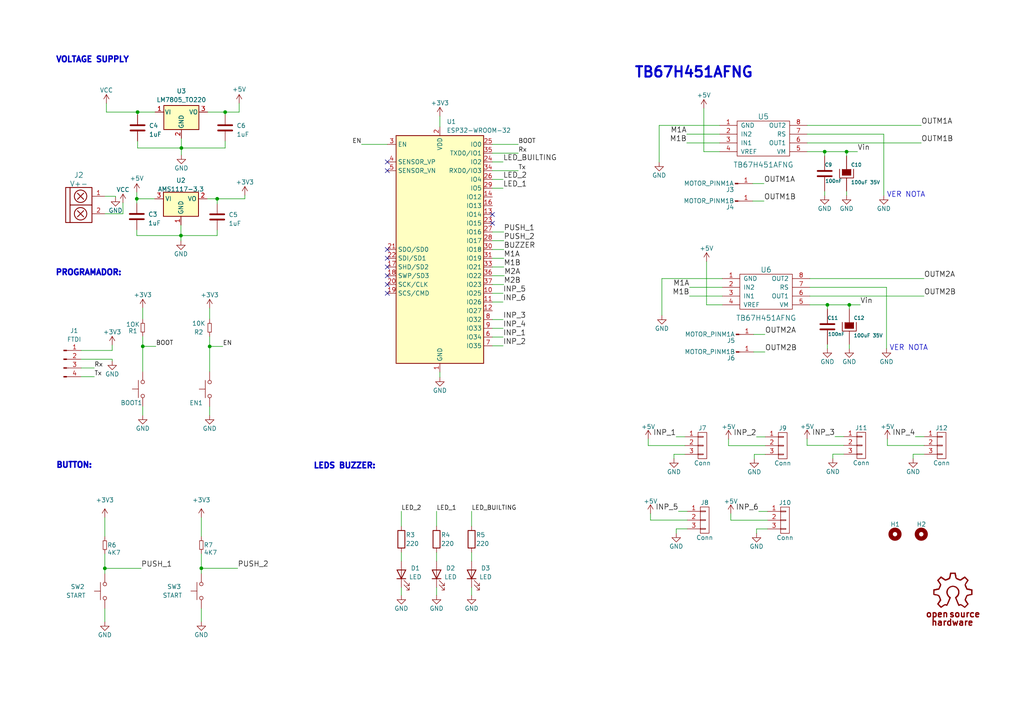
<source format=kicad_sch>
(kicad_sch (version 20230121) (generator eeschema)
  (paper "A4")
  (title_block (title "Main Board - ONAGA- V1") (date "2023-10-03") (rev "1.0") (company "DERTECH - Corporation") (comment 1 "Autor: Mauricio Falcon"))
  (lib_symbols
    (symbol "2018---MiniSumo---NANO---DRV8872-rescue:C-EESTN51" (pin_numbers hide) (pin_names (offset 0.254))
      (property "Reference" "C" (at 0 2.54 0))
      (property "Value" "2018---MiniSumo---NANO---DRV8872-rescue_C-EESTN51" (at 0.1524 -2.159 0))
      (symbol "C-EESTN51_1_1"
        (pin passive line (at 0 5.08 270) (length 4.318) (name "~") (number "1"))
        (pin passive line (at 0 -5.08 90) (length 4.318) (name "~") (number "2"))
      )
    )
    (symbol "2018---MiniSumo---NANO---DRV8872-rescue:CAPAPOL-EESTN51" (pin_numbers hide) (pin_names (offset 0.254) hide)
      (property "Reference" "C" (at 1.27 2.54 0))
      (property "Value" "2018---MiniSumo---NANO---DRV8872-rescue_CAPAPOL-EESTN51" (at 1.27 -2.54 0))
      (symbol "CAPAPOL-EESTN51_1_1"
        (pin passive line (at 0 5.08 270) (length 3.81) (name "~") (number "1"))
        (pin passive line (at 0 -5.08 90) (length 3.81) (name "~") (number "2"))
      )
    )
    (symbol "2019---Sumo---NANO---BTS7960-rescue:OSHWA-EESTN5" (pin_names (offset 1.016))
      (symbol "OSHWA-EESTN5_0_0"
        (text "hardware" (at -0.0254 -6.858 0) (effects (font (size 1.778 1.778) bold)))
        (text "open" (at -4.445 -4.445 0) (effects (font (size 1.778 1.778) bold)))
        (text "source" (at 3.556 -4.445 0) (effects (font (size 1.778 1.778) bold)))
      )
    )
    (symbol "2019---Sumo---NANO---BTS7960-rescue:R-EESTN5" (pin_numbers hide) (pin_names (offset 0))
      (property "Reference" "R" (at -1.27 0 90))
      (property "Value" "R-EESTN5" (at 1.27 0 90))
      (symbol "R-EESTN5_1_1"
        (pin passive line (at 0 2.54 270) (length 1.27) (name "~") (number "1"))
        (pin passive line (at 0 -2.54 90) (length 1.27) (name "~") (number "2"))
      )
    )
    (symbol "2019---Sumo---NANO---BTS7960-rescue:SW_Push-EESTN5" (pin_numbers hide) (pin_names (offset 1.016) hide)
      (property "Reference" "SW" (at 1.27 2.54 0))
      (symbol "SW_Push-EESTN5_0_1"
        (pin passive line (at -5.08 0 0) (length 2.54) (name "1") (number "1"))
        (pin passive line (at 5.08 0 180) (length 2.54) (name "2") (number "2"))
      )
    )
    (symbol "Connector:Conn_01x01_Pin" (pin_names (offset 1.016) hide)
      (property "Reference" "J" (at 0 2.54 0))
      (property "Value" "Conn_01x01_Pin" (at 0 -2.54 0))
      (symbol "Conn_01x01_Pin_1_1"
        (pin passive line (at 5.08 0 180) (length 3.81) (name "Pin_1") (number "1"))
      )
    )
    (symbol "Connector:Conn_01x04_Pin" (pin_names (offset 1.016) hide)
      (property "Reference" "J" (at 0 5.08 0))
      (property "Value" "Conn_01x04_Pin" (at 0 -7.62 0))
      (symbol "Conn_01x04_Pin_1_1"
        (pin passive line (at 5.08 2.54 180) (length 3.81) (name "Pin_1") (number "1"))
        (pin passive line (at 5.08 0 180) (length 3.81) (name "Pin_2") (number "2"))
        (pin passive line (at 5.08 -2.54 180) (length 3.81) (name "Pin_3") (number "3"))
        (pin passive line (at 5.08 -5.08 180) (length 3.81) (name "Pin_4") (number "4"))
      )
    )
    (symbol "DRV8872-EESTN51_1" (pin_names (offset 1.016))
      (property "Reference" "U2" (at 0 6.35 0))
      (property "Value" "TB67H451AFNG" (at 0 -7.62 0))
      (symbol "DRV8872-EESTN51_1_1_1"
        (pin passive line (at -12.7 3.81 0) (length 5.08) (name "GND") (number "1"))
        (pin passive line (at -12.7 1.27 0) (length 5.08) (name "IN2") (number "2"))
        (pin passive line (at -12.7 -1.27 0) (length 5.08) (name "IN1") (number "3"))
        (pin passive line (at -12.7 -3.81 0) (length 5.08) (name "VREF") (number "4"))
        (pin passive line (at 12.7 -3.81 180) (length 5.08) (name "VM") (number "5"))
        (pin passive line (at 12.7 -1.27 180) (length 5.08) (name "OUT1") (number "6"))
        (pin passive line (at 12.7 1.27 180) (length 5.08) (name "RS") (number "7"))
        (pin passive line (at 12.7 3.81 180) (length 5.08) (name "OUT2") (number "8"))
      )
    )
    (symbol "Device:C" (pin_numbers hide) (pin_names (offset 0.254))
      (property "Reference" "C" (at 0.635 2.54 0))
      (property "Value" "C" (at 0.635 -2.54 0))
      (symbol "C_1_1"
        (pin passive line (at 0 3.81 270) (length 2.794) (name "~") (number "1"))
        (pin passive line (at 0 -3.81 90) (length 2.794) (name "~") (number "2"))
      )
    )
    (symbol "Device:LED" (pin_numbers hide) (pin_names (offset 1.016) hide)
      (property "Reference" "D" (at 0 2.54 0))
      (property "Value" "LED" (at 0 -2.54 0))
      (symbol "LED_1_1"
        (pin passive line (at -3.81 0 0) (length 2.54) (name "K") (number "1"))
        (pin passive line (at 3.81 0 180) (length 2.54) (name "A") (number "2"))
      )
    )
    (symbol "Device:R" (pin_numbers hide) (pin_names (offset 0))
      (property "Reference" "R" (at 2.032 0 90))
      (property "Value" "R" (at 0 0 90))
      (symbol "R_1_1"
        (pin passive line (at 0 3.81 270) (length 1.27) (name "~") (number "1"))
        (pin passive line (at 0 -3.81 90) (length 1.27) (name "~") (number "2"))
      )
    )
    (symbol "EESTN5-v2:Mounting_Hole" (pin_names (offset 1.016))
      (property "Reference" "H" (at 0 5.08 0))
    )
    (symbol "EESTN5-v2:TB_1X2" (pin_names (offset 1.016))
      (property "Reference" "J" (at 0 7.62 0))
      (property "Value" "TB_1X2" (at 1.27 -7.62 0))
      (symbol "TB_1X2_1_1"
        (pin input line (at 8.89 2.54 180) (length 3.81) (name "~") (number "1"))
        (pin input line (at 8.89 -2.54 180) (length 3.81) (name "~") (number "2"))
      )
    )
    (symbol "EESTN5:R" (pin_numbers hide) (pin_names (offset 0))
      (property "Reference" "R" (at -1.27 0 90))
      (property "Value" "R" (at 1.27 0 90))
      (symbol "R_1_1"
        (pin passive line (at 0 2.54 270) (length 1.27) (name "~") (number "1"))
        (pin passive line (at 0 -2.54 90) (length 1.27) (name "~") (number "2"))
      )
    )
    (symbol "EESTN5:SW_Push" (pin_numbers hide) (pin_names (offset 1.016) hide)
      (property "Reference" "SW" (at 1.27 2.54 0))
      (symbol "SW_Push_0_1"
        (pin passive line (at -5.08 0 0) (length 2.54) (name "1") (number "1"))
        (pin passive line (at 5.08 0 180) (length 2.54) (name "2") (number "2"))
      )
    )
    (symbol "RF_Module:ESP32-WROOM-32"
      (property "Reference" "U" (at -12.7 34.29 0))
      (property "Value" "ESP32-WROOM-32" (at 1.27 34.29 0))
      (symbol "ESP32-WROOM-32_1_1"
        (pin power_in line (at 0 -35.56 90) (length 2.54) (name "GND") (number "1"))
        (pin bidirectional line (at 15.24 -12.7 180) (length 2.54) (name "IO25") (number "10"))
        (pin bidirectional line (at 15.24 -15.24 180) (length 2.54) (name "IO26") (number "11"))
        (pin bidirectional line (at 15.24 -17.78 180) (length 2.54) (name "IO27") (number "12"))
        (pin bidirectional line (at 15.24 10.16 180) (length 2.54) (name "IO14") (number "13"))
        (pin bidirectional line (at 15.24 15.24 180) (length 2.54) (name "IO12") (number "14"))
        (pin passive line (at 0 -35.56 90) (length 2.54) hide (name "GND") (number "15"))
        (pin bidirectional line (at 15.24 12.7 180) (length 2.54) (name "IO13") (number "16"))
        (pin bidirectional line (at -15.24 -5.08 0) (length 2.54) (name "SHD/SD2") (number "17"))
        (pin bidirectional line (at -15.24 -7.62 0) (length 2.54) (name "SWP/SD3") (number "18"))
        (pin bidirectional line (at -15.24 -12.7 0) (length 2.54) (name "SCS/CMD") (number "19"))
        (pin power_in line (at 0 35.56 270) (length 2.54) (name "VDD") (number "2"))
        (pin bidirectional line (at -15.24 -10.16 0) (length 2.54) (name "SCK/CLK") (number "20"))
        (pin bidirectional line (at -15.24 0 0) (length 2.54) (name "SDO/SD0") (number "21"))
        (pin bidirectional line (at -15.24 -2.54 0) (length 2.54) (name "SDI/SD1") (number "22"))
        (pin bidirectional line (at 15.24 7.62 180) (length 2.54) (name "IO15") (number "23"))
        (pin bidirectional line (at 15.24 25.4 180) (length 2.54) (name "IO2") (number "24"))
        (pin bidirectional line (at 15.24 30.48 180) (length 2.54) (name "IO0") (number "25"))
        (pin bidirectional line (at 15.24 20.32 180) (length 2.54) (name "IO4") (number "26"))
        (pin bidirectional line (at 15.24 5.08 180) (length 2.54) (name "IO16") (number "27"))
        (pin bidirectional line (at 15.24 2.54 180) (length 2.54) (name "IO17") (number "28"))
        (pin bidirectional line (at 15.24 17.78 180) (length 2.54) (name "IO5") (number "29"))
        (pin input line (at -15.24 30.48 0) (length 2.54) (name "EN") (number "3"))
        (pin bidirectional line (at 15.24 0 180) (length 2.54) (name "IO18") (number "30"))
        (pin bidirectional line (at 15.24 -2.54 180) (length 2.54) (name "IO19") (number "31"))
        (pin no_connect line (at -12.7 -27.94 0) (length 2.54) hide (name "NC") (number "32"))
        (pin bidirectional line (at 15.24 -5.08 180) (length 2.54) (name "IO21") (number "33"))
        (pin bidirectional line (at 15.24 22.86 180) (length 2.54) (name "RXD0/IO3") (number "34"))
        (pin bidirectional line (at 15.24 27.94 180) (length 2.54) (name "TXD0/IO1") (number "35"))
        (pin bidirectional line (at 15.24 -7.62 180) (length 2.54) (name "IO22") (number "36"))
        (pin bidirectional line (at 15.24 -10.16 180) (length 2.54) (name "IO23") (number "37"))
        (pin passive line (at 0 -35.56 90) (length 2.54) hide (name "GND") (number "38"))
        (pin passive line (at 0 -35.56 90) (length 2.54) hide (name "GND") (number "39"))
        (pin input line (at -15.24 25.4 0) (length 2.54) (name "SENSOR_VP") (number "4"))
        (pin input line (at -15.24 22.86 0) (length 2.54) (name "SENSOR_VN") (number "5"))
        (pin input line (at 15.24 -25.4 180) (length 2.54) (name "IO34") (number "6"))
        (pin input line (at 15.24 -27.94 180) (length 2.54) (name "IO35") (number "7"))
        (pin bidirectional line (at 15.24 -20.32 180) (length 2.54) (name "IO32") (number "8"))
        (pin bidirectional line (at 15.24 -22.86 180) (length 2.54) (name "IO33") (number "9"))
      )
    )
    (symbol "Regulator_Linear:AMS1117-3.3"
      (property "Reference" "U" (at -3.81 3.175 0))
      (property "Value" "AMS1117-3.3" (at 0 3.175 0))
      (symbol "AMS1117-3.3_1_1"
        (pin power_in line (at 0 -7.62 90) (length 2.54) (name "GND") (number "1"))
        (pin power_out line (at 7.62 0 180) (length 2.54) (name "VO") (number "2"))
        (pin power_in line (at -7.62 0 0) (length 2.54) (name "VI") (number "3"))
      )
    )
    (symbol "Regulator_Linear:LM7805_TO220" (pin_names (offset 0.254))
      (property "Reference" "U" (at -3.81 3.175 0))
      (property "Value" "LM7805_TO220" (at 0 3.175 0))
      (symbol "LM7805_TO220_1_1"
        (pin power_in line (at -7.62 0 0) (length 2.54) (name "VI") (number "1"))
        (pin power_in line (at 0 -7.62 90) (length 2.54) (name "GND") (number "2"))
        (pin power_out line (at 7.62 0 180) (length 2.54) (name "VO") (number "3"))
      )
    )
    (symbol "Sensor_Linea_Bonaerenses-rescue:Conn_01X03" (pin_names (offset 1.016) hide)
      (property "Reference" "J" (at 0 5.08 0))
      (property "Value" "Conn_01X03" (at 0 -5.08 0))
      (symbol "Conn_01X03_1_1"
        (pin passive line (at -5.08 2.54 0) (length 3.81) (name "P1") (number "1"))
        (pin passive line (at -5.08 0 0) (length 3.81) (name "P2") (number "2"))
        (pin passive line (at -5.08 -2.54 0) (length 3.81) (name "P3") (number "3"))
      )
    )
    (symbol "power:+3V3" (power) (pin_names (offset 0))
      (property "Value" "+3V3" (at 0 3.556 0))
      (symbol "+3V3_1_1"
        (pin power_in line (at 0 0 90) (length 0) hide (name "+3V3") (number "1"))
      )
    )
    (symbol "power:+5V" (power) (pin_names (offset 0))
      (property "Value" "+5V" (at 0 3.556 0))
      (symbol "+5V_1_1"
        (pin power_in line (at 0 0 90) (length 0) hide (name "+5V") (number "1"))
      )
    )
    (symbol "power:GND" (power) (pin_names (offset 0))
      (property "Value" "GND" (at 0 -3.81 0))
      (symbol "GND_1_1"
        (pin power_in line (at 0 0 270) (length 0) hide (name "GND") (number "1"))
      )
    )
    (symbol "power:VCC" (power) (pin_names (offset 0))
      (property "Value" "VCC" (at 0 3.81 0))
      (symbol "VCC_1_1"
        (pin power_in line (at 0 0 90) (length 0) hide (name "VCC") (number "1"))
      )
    )
  )
  (junction (at 52.4764 68.326))
  (junction (at 245.5418 43.9928))
  (junction (at 60.8076 100.4824))
  (junction (at 239.9792 88.4174))
  (junction (at 30.4038 164.846))
  (junction (at 239.1918 43.9928))
  (junction (at 39.6748 57.658))
  (junction (at 246.3292 88.4174))
  (junction (at 65.3034 32.512))
  (junction (at 62.992 57.658))
  (junction (at 39.9034 32.512))
  (junction (at 41.402 100.457))
  (junction (at 52.6034 42.926))
  (junction (at 58.3946 164.8206))
  (no_connect (at 112.3442 79.9846))
  (no_connect (at 112.3442 46.9646))
  (no_connect (at 112.3442 72.3646))
  (no_connect (at 112.3442 49.5046))
  (no_connect (at 142.8242 64.7446))
  (no_connect (at 112.3442 77.4446))
  (no_connect (at 112.3442 74.9046))
  (no_connect (at 112.3442 85.0646))
  (no_connect (at 142.8242 62.2046))
  (no_connect (at 112.3442 82.5246))
  (wire (pts (xy 145.923 95.2246) (xy 142.8242 95.2246)))
  (wire (pts (xy 62.992 66.7258) (xy 62.992 68.326)))
  (wire (pts (xy 268.0208 126.6698) (xy 265.4808 126.6698)))
  (wire (pts (xy 32.5374 101.6508) (xy 23.5458 101.6508)))
  (wire (pts (xy 62.992 57.658) (xy 71.0184 57.658)))
  (wire (pts (xy 234.8992 85.8774) (xy 267.9954 85.8774)))
  (wire (pts (xy 208.7118 41.4528) (xy 199.1868 41.4528)))
  (wire (pts (xy 41.402 117.9068) (xy 41.402 120.4468)))
  (wire (pts (xy 142.8242 41.8846) (xy 150.3172 41.8846)))
  (wire (pts (xy 256.3368 38.9128) (xy 234.1118 38.9128)))
  (wire (pts (xy 268.0208 129.2098) (xy 257.3782 129.2098)))
  (wire (pts (xy 65.3034 32.512) (xy 69.3674 32.512)))
  (wire (pts (xy 142.8242 69.8246) (xy 146.1262 69.8246)))
  (wire (pts (xy 136.779 170.3832) (xy 136.779 172.6692)))
  (wire (pts (xy 136.779 148.2852) (xy 136.779 152.6032)))
  (wire (pts (xy 245.5418 43.9928) (xy 245.5418 45.2628)))
  (wire (pts (xy 196.1388 153.3906) (xy 196.1388 154.6606)))
  (wire (pts (xy 142.8242 87.6046) (xy 145.8976 87.6046)))
  (wire (pts (xy 30.4038 164.846) (xy 30.4038 166.37)))
  (wire (pts (xy 45.212 100.457) (xy 41.402 100.457)))
  (wire (pts (xy 241.554 131.7244) (xy 241.554 132.9944)))
  (wire (pts (xy 116.4082 148.2852) (xy 116.4082 152.6032)))
  (wire (pts (xy 199.3138 150.8506) (xy 188.6712 150.8506)))
  (wire (pts (xy 191.1858 36.3728) (xy 208.7118 36.3728)))
  (wire (pts (xy 218.567 97.0026) (xy 221.869 97.0026)))
  (wire (pts (xy 234.8992 80.7974) (xy 267.9954 80.7974)))
  (wire (pts (xy 33.5026 56.9214) (xy 30.48 56.9214)))
  (wire (pts (xy 221.9452 126.7206) (xy 219.4052 126.7206)))
  (wire (pts (xy 27.3558 106.7308) (xy 23.5458 106.7308)))
  (wire (pts (xy 268.0208 131.7498) (xy 264.8458 131.7498)))
  (wire (pts (xy 39.6748 68.326) (xy 52.4764 68.326)))
  (wire (pts (xy 234.1118 43.9928) (xy 239.1918 43.9928)))
  (wire (pts (xy 30.4038 160.655) (xy 30.4038 164.846)))
  (wire (pts (xy 136.779 160.2232) (xy 136.779 162.7632)))
  (wire (pts (xy 195.4784 131.7752) (xy 195.4784 133.0452)))
  (wire (pts (xy 191.9732 80.7974) (xy 191.9732 91.4654)))
  (wire (pts (xy 246.3292 99.8474) (xy 246.3292 101.1174)))
  (wire (pts (xy 35.6616 58.8264) (xy 35.6616 62.0014)))
  (wire (pts (xy 239.9792 89.6874) (xy 239.9792 88.4174)))
  (wire (pts (xy 257.3782 129.2098) (xy 257.3782 127.3048)))
  (wire (pts (xy 145.923 92.6846) (xy 142.8242 92.6846)))
  (wire (pts (xy 199.3138 153.3906) (xy 196.1388 153.3906)))
  (wire (pts (xy 191.1858 36.3728) (xy 191.1858 47.0408)))
  (wire (pts (xy 30.48 62.0014) (xy 35.6616 62.0014)))
  (wire (pts (xy 142.8242 49.5046) (xy 150.3172 49.5046)))
  (wire (pts (xy 211.3026 129.2606) (xy 211.3026 127.3556)))
  (wire (pts (xy 222.6056 150.876) (xy 211.963 150.876)))
  (wire (pts (xy 218.2876 53.2384) (xy 221.5896 53.2384)))
  (wire (pts (xy 32.5374 104.1908) (xy 23.5458 104.1908)))
  (wire (pts (xy 39.6748 55.8038) (xy 39.6748 57.658)))
  (wire (pts (xy 142.8242 82.5246) (xy 146.1262 82.5246)))
  (wire (pts (xy 246.3292 88.4174) (xy 249.5042 88.4174)))
  (wire (pts (xy 246.3292 88.4174) (xy 246.3292 89.6874)))
  (wire (pts (xy 30.4038 155.575) (xy 30.4038 150.114)))
  (wire (pts (xy 234.8992 88.4174) (xy 239.9792 88.4174)))
  (wire (pts (xy 222.6056 153.416) (xy 219.4306 153.416)))
  (wire (pts (xy 142.8242 85.0646) (xy 145.923 85.0646)))
  (wire (pts (xy 65.3034 40.894) (xy 65.3034 42.926)))
  (wire (pts (xy 142.8242 79.9846) (xy 146.2532 79.9846)))
  (wire (pts (xy 116.4082 170.3832) (xy 116.4082 172.6692)))
  (wire (pts (xy 245.5418 43.9928) (xy 248.7168 43.9928)))
  (wire (pts (xy 234.0864 129.1844) (xy 234.0864 127.2794)))
  (wire (pts (xy 30.4038 176.53) (xy 30.4038 180.34)))
  (wire (pts (xy 58.3946 164.8206) (xy 58.3946 166.3446)))
  (wire (pts (xy 58.3946 164.8206) (xy 68.9356 164.8206)))
  (wire (pts (xy 219.4306 153.416) (xy 219.4306 154.686)))
  (wire (pts (xy 52.4764 68.326) (xy 62.992 68.326)))
  (wire (pts (xy 32.5374 104.6988) (xy 32.5374 104.1908)))
  (wire (pts (xy 239.1918 43.9928) (xy 245.5418 43.9928)))
  (wire (pts (xy 257.1242 83.3374) (xy 234.8992 83.3374)))
  (wire (pts (xy 41.402 97.5868) (xy 41.402 100.457)))
  (wire (pts (xy 239.9792 99.8474) (xy 239.9792 101.1174)))
  (wire (pts (xy 142.8242 77.4446) (xy 146.1262 77.4446)))
  (wire (pts (xy 211.963 150.876) (xy 211.963 148.971)))
  (wire (pts (xy 64.6176 100.4824) (xy 60.8076 100.4824)))
  (wire (pts (xy 30.861 29.972) (xy 30.861 32.512)))
  (wire (pts (xy 142.8242 74.9046) (xy 146.1262 74.9046)))
  (wire (pts (xy 126.619 148.2852) (xy 126.619 152.6032)))
  (wire (pts (xy 198.6534 126.6952) (xy 196.1134 126.6952)))
  (wire (pts (xy 145.923 97.7646) (xy 142.8242 97.7646)))
  (wire (pts (xy 218.2876 58.3184) (xy 221.5896 58.3184)))
  (wire (pts (xy 204.1398 43.9928) (xy 208.7118 43.9928)))
  (wire (pts (xy 65.3034 32.512) (xy 65.3034 33.274)))
  (wire (pts (xy 126.619 160.2232) (xy 126.619 162.7632)))
  (wire (pts (xy 52.4764 68.326) (xy 52.4764 69.85)))
  (wire (pts (xy 58.3946 176.5046) (xy 58.3946 180.3146)))
  (wire (pts (xy 239.9792 88.4174) (xy 246.3292 88.4174)))
  (wire (pts (xy 41.402 92.5068) (xy 41.402 89.3318)))
  (wire (pts (xy 142.8242 72.3646) (xy 146.1262 72.3646)))
  (wire (pts (xy 71.0184 56.642) (xy 71.0184 57.658)))
  (wire (pts (xy 33.5026 56.9214) (xy 33.5026 57.2516)))
  (wire (pts (xy 104.8512 41.8846) (xy 112.3442 41.8846)))
  (wire (pts (xy 127.5842 33.6804) (xy 127.5842 36.8046)))
  (wire (pts (xy 142.8242 44.4246) (xy 150.3172 44.4246)))
  (wire (pts (xy 69.3674 29.972) (xy 69.3674 32.512)))
  (wire (pts (xy 204.9272 75.8444) (xy 204.9272 88.4174)))
  (wire (pts (xy 30.4038 164.846) (xy 40.9448 164.846)))
  (wire (pts (xy 126.619 170.3832) (xy 126.619 172.6692)))
  (wire (pts (xy 204.9272 88.4174) (xy 209.4992 88.4174)))
  (wire (pts (xy 41.402 100.457) (xy 41.402 107.7468)))
  (wire (pts (xy 39.6748 57.658) (xy 39.6748 59.0042)))
  (wire (pts (xy 39.9034 40.894) (xy 39.9034 42.926)))
  (wire (pts (xy 39.6748 66.6242) (xy 39.6748 68.326)))
  (wire (pts (xy 60.8076 117.9322) (xy 60.8076 120.4722)))
  (wire (pts (xy 60.8076 100.4824) (xy 60.8076 107.7722)))
  (wire (pts (xy 39.6748 57.658) (xy 44.8564 57.658)))
  (wire (pts (xy 204.1398 31.4198) (xy 204.1398 43.9928)))
  (wire (pts (xy 58.3946 160.6296) (xy 58.3946 164.8206)))
  (wire (pts (xy 116.4082 160.2232) (xy 116.4082 162.7632)))
  (wire (pts (xy 39.9034 32.512) (xy 44.9834 32.512)))
  (wire (pts (xy 52.6034 42.926) (xy 52.6034 44.958)))
  (wire (pts (xy 245.5418 55.4228) (xy 245.5418 56.6928)))
  (wire (pts (xy 142.8242 52.0446) (xy 145.923 52.0446)))
  (wire (pts (xy 218.7702 131.8006) (xy 218.7702 133.0706)))
  (wire (pts (xy 60.2234 32.512) (xy 65.3034 32.512)))
  (wire (pts (xy 30.861 32.512) (xy 39.9034 32.512)))
  (wire (pts (xy 60.8076 97.6122) (xy 60.8076 100.4824)))
  (wire (pts (xy 239.1918 55.4228) (xy 239.1918 56.6928)))
  (wire (pts (xy 222.6056 148.336) (xy 220.0656 148.336)))
  (wire (pts (xy 39.9034 33.274) (xy 39.9034 32.512)))
  (wire (pts (xy 198.6534 129.2352) (xy 188.0108 129.2352)))
  (wire (pts (xy 239.1918 45.2628) (xy 239.1918 43.9928)))
  (wire (pts (xy 65.3034 42.926) (xy 52.6034 42.926)))
  (wire (pts (xy 221.9452 129.2606) (xy 211.3026 129.2606)))
  (wire (pts (xy 142.8242 54.5846) (xy 145.923 54.5846)))
  (wire (pts (xy 142.8242 67.2846) (xy 146.1262 67.2846)))
  (wire (pts (xy 244.729 129.1844) (xy 234.0864 129.1844)))
  (wire (pts (xy 52.6034 42.926) (xy 52.6034 40.132)))
  (wire (pts (xy 127.5842 107.9246) (xy 127.5842 109.4486)))
  (wire (pts (xy 244.729 131.7244) (xy 241.554 131.7244)))
  (wire (pts (xy 32.5374 100.1014) (xy 32.5374 101.6508)))
  (wire (pts (xy 188.6712 150.8506) (xy 188.6712 148.9456)))
  (wire (pts (xy 218.567 102.0826) (xy 221.869 102.0826)))
  (wire (pts (xy 58.3946 155.5496) (xy 58.3946 150.0886)))
  (wire (pts (xy 221.9452 131.8006) (xy 218.7702 131.8006)))
  (wire (pts (xy 145.923 100.3046) (xy 142.8242 100.3046)))
  (wire (pts (xy 191.9732 80.7974) (xy 209.4992 80.7974)))
  (wire (pts (xy 209.4992 85.8774) (xy 199.9742 85.8774)))
  (wire (pts (xy 234.1118 36.3728) (xy 267.208 36.3728)))
  (wire (pts (xy 198.6534 131.7752) (xy 195.4784 131.7752)))
  (wire (pts (xy 52.4764 65.278) (xy 52.4764 68.326)))
  (wire (pts (xy 199.3138 148.3106) (xy 196.7738 148.3106)))
  (wire (pts (xy 62.992 57.658) (xy 62.992 59.1058)))
  (wire (pts (xy 209.4992 83.3374) (xy 199.9742 83.3374)))
  (wire (pts (xy 257.1242 83.3374) (xy 257.1242 101.1174)))
  (wire (pts (xy 142.8242 46.9646) (xy 145.923 46.9646)))
  (wire (pts (xy 234.1118 41.4528) (xy 267.208 41.4528)))
  (wire (pts (xy 27.3558 109.2708) (xy 23.5458 109.2708)))
  (wire (pts (xy 264.8458 131.7498) (xy 264.8458 133.0198)))
  (wire (pts (xy 256.3368 38.9128) (xy 256.3368 56.6928)))
  (wire (pts (xy 39.9034 42.926) (xy 52.6034 42.926)))
  (wire (pts (xy 188.0108 129.2352) (xy 188.0108 127.3302)))
  (wire (pts (xy 208.7118 38.9128) (xy 199.1868 38.9128)))
  (wire (pts (xy 60.8076 92.5322) (xy 60.8076 89.3572)))
  (wire (pts (xy 60.0964 57.658) (xy 62.992 57.658)))
  (wire (pts (xy 244.729 126.6444) (xy 242.189 126.6444)))
  (text "LEDS BUZZER:" (at 90.805 136.1694 0) (effects (font (size 1.651 1.651) (thickness 0.6096) bold) (justify left bottom)))
  (text "BUTTON:" (at 16.1798 135.9916 0) (effects (font (size 1.651 1.651) (thickness 0.6096) bold) (justify left bottom)))
  (text "VER NOTA" (at 257.175 57.4294 0) (effects (font (size 1.524 1.524)) (justify left bottom)))
  (text "VER NOTA" (at 257.9624 101.854 0) (effects (font (size 1.524 1.524)) (justify left bottom)))
  (text "VOLTAGE SUPPLY" (at 16.1036 18.3642 0) (effects (font (size 1.651 1.651) (thickness 0.6096) bold) (justify left bottom)))
  (text "TB67H451AFNG" (at 183.8452 22.86 0) (effects (font (size 3 3) (thickness 0.6) bold) (justify left bottom)))
  (text "PROGRAMADOR:" (at 16.002 80.137 0) (effects (font (size 1.651 1.651) (thickness 0.6096) bold) (justify left bottom)))
  (label "OUTM1B" (at 267.208 41.4528 0) (effects (font (size 1.524 1.524))))
  (label "OUTM1A" (at 267.208 36.3728 0) (effects (font (size 1.524 1.524))))
  (label "Tx" (at 27.3558 109.2708 0))
  (label "LED_BUILTING" (at 136.779 148.2852 0))
  (label "PUSH_2" (at 68.9356 164.8206 0) (effects (font (size 1.524 1.524))))
  (label "M1B" (at 199.1868 41.4528 180) (effects (font (size 1.524 1.524))))
  (label "PUSH_1" (at 40.9448 164.846 0) (effects (font (size 1.524 1.524))))
  (label "M1A" (at 199.9742 83.3374 180) (effects (font (size 1.524 1.524))))
  (label "INP_4" (at 265.4808 126.6698 180) (effects (font (size 1.524 1.524))))
  (label "M1A" (at 199.1868 38.9128 180) (effects (font (size 1.524 1.524))))
  (label "EN" (at 64.6176 100.4824 0))
  (label "PUSH_2" (at 146.1262 69.8246 0) (effects (font (size 1.524 1.524))))
  (label "BUZZER" (at 146.1262 72.3646 0) (effects (font (size 1.524 1.524))))
  (label "INP_2" (at 145.923 100.3046 0) (effects (font (size 1.524 1.524))))
  (label "INP_6" (at 220.0656 148.336 180) (effects (font (size 1.524 1.524))))
  (label "BOOT" (at 150.3172 41.8846 0))
  (label "LED_2" (at 116.4082 148.2852 0))
  (label "OUTM1B" (at 221.5896 58.3184 0) (effects (font (size 1.524 1.524))))
  (label "Rx" (at 27.3558 106.7308 0))
  (label "INP_3" (at 145.923 92.6846 0) (effects (font (size 1.524 1.524))))
  (label "INP_5" (at 145.923 85.0646 0) (effects (font (size 1.524 1.524))))
  (label "OUTM1A" (at 221.5896 53.2384 0) (effects (font (size 1.524 1.524))))
  (label "EN" (at 104.8512 41.8846 180))
  (label "LED_BUILTING" (at 145.923 46.9646 0) (effects (font (size 1.524 1.524))))
  (label "BOOT" (at 45.212 100.457 0))
  (label "INP_1" (at 196.1134 126.6952 180) (effects (font (size 1.524 1.524))))
  (label "INP_4" (at 145.923 95.2246 0) (effects (font (size 1.524 1.524))))
  (label "M1B" (at 146.1262 77.4446 0) (effects (font (size 1.524 1.524))))
  (label "LED_1" (at 145.923 54.5846 0) (effects (font (size 1.524 1.524))))
  (label "M1A" (at 146.1262 74.9046 0) (effects (font (size 1.524 1.524))))
  (label "OUTM2A" (at 267.9954 80.7974 0) (effects (font (size 1.524 1.524))))
  (label "INP_3" (at 242.189 126.6444 180) (effects (font (size 1.524 1.524))))
  (label "Vin" (at 248.7168 43.9928 0) (effects (font (size 1.524 1.524))))
  (label "Rx" (at 150.3172 44.4246 0))
  (label "Vin" (at 249.5042 88.4174 0) (effects (font (size 1.524 1.524))))
  (label "INP_6" (at 145.8976 87.6046 0) (effects (font (size 1.524 1.524))))
  (label "OUTM2B" (at 221.869 102.0826 0) (effects (font (size 1.524 1.524))))
  (label "OUTM2A" (at 221.869 97.0026 0) (effects (font (size 1.524 1.524))))
  (label "OUTM2B" (at 267.9954 85.8774 0) (effects (font (size 1.524 1.524))))
  (label "M2B" (at 146.1262 82.5246 0) (effects (font (size 1.524 1.524))))
  (label "INP_2" (at 219.4052 126.7206 180) (effects (font (size 1.524 1.524))))
  (label "INP_1" (at 145.923 97.7646 0) (effects (font (size 1.524 1.524))))
  (label "Tx" (at 150.3172 49.5046 0))
  (label "LED_1" (at 126.619 148.2852 0))
  (label "LED_2" (at 145.923 52.0446 0) (effects (font (size 1.524 1.524))))
  (label "M1B" (at 199.9742 85.8774 180) (effects (font (size 1.524 1.524))))
  (label "M2A" (at 146.2532 79.9846 0) (effects (font (size 1.524 1.524))))
  (label "INP_5" (at 196.7738 148.3106 180) (effects (font (size 1.524 1.524))))
  (label "PUSH_1" (at 146.1262 67.2846 0) (effects (font (size 1.524 1.524))))
  (symbol (lib_id "power:+5V") (at 234.0864 127.2794 0) (unit 1)
    (property "Reference" "#PWR042" (effects hide))
    (property "Value" "+5V" (at 234.0864 123.7234 0))
  )
  (symbol (lib_id "power:+3V3") (at 41.402 89.3318 0) (unit 1)
    (property "Reference" "#PWR05" (effects hide))
    (property "Value" "+3V3" (at 41.402 85.5218 0))
  )
  (symbol (lib_id "2019---Sumo---NANO---BTS7960-rescue:R-EESTN5") (at 30.4038 158.115 0) (unit 1)
    (property "Reference" "R6" (at 32.4358 158.115 0))
    (property "Value" "4K7" (at 33.0708 160.274 0))
    (property "Footprint" "EESTN5-v2:R_1206" (effects hide))
  )
  (symbol (lib_id "power:+5V") (at 39.6748 55.8038 0) (unit 1)
    (property "Reference" "#PWR012" (effects hide))
    (property "Value" "+5V" (at 39.6748 51.7398 0))
  )
  (symbol (lib_id "Sensor_Linea_Bonaerenses-rescue:Conn_01X03") (at 273.1008 129.2098 0) (unit 1)
    (property "Reference" "J12" (at 273.1008 124.1298 0))
    (property "Value" "Conn" (at 273.1008 134.2898 0))
    (property "Footprint" "Connector_PinHeader_2.54mm:PinHeader_1x03_P2.54mm_Vertical" (effects hide))
  )
  (symbol (lib_id "2018---MiniSumo---NANO---DRV8872-rescue:C-EESTN51") (at 239.1918 50.3428 0) (unit 1)
    (property "Reference" "C9" (at 239.1918 47.8028 0) (effects (font (size 1.016 1.016)) (justify left)))
    (property "Value" "100nF" (at 239.3442 52.5018 0) (effects (font (size 1.016 1.016)) (justify left)))
    (property "Footprint" "EESTN5-v2:C_0805" (effects hide))
  )
  (symbol (lib_id "power:GND") (at 218.7702 133.0706 0) (unit 1)
    (property "Reference" "#PWR040" (effects hide))
    (property "Value" "GND" (at 218.7702 136.8806 0))
  )
  (symbol (lib_id "power:GND") (at 219.4306 154.686 0) (unit 1)
    (property "Reference" "#PWR041" (effects hide))
    (property "Value" "GND" (at 219.4306 158.496 0))
  )
  (symbol (lib_id "Device:LED") (at 136.779 166.5732 90) (unit 1)
    (property "Reference" "D3" (at 140.843 164.7952 90))
    (property "Value" "LED" (at 140.843 167.3352 90))
    (property "Footprint" "EESTN5-v2:Led_0805" (effects hide))
  )
  (symbol (lib_id "power:GND") (at 136.779 172.6692 0) (unit 1)
    (property "Reference" "#PWR019" (effects hide))
    (property "Value" "GND" (at 136.779 176.4792 0))
  )
  (symbol (lib_id "EESTN5:R") (at 41.402 95.0468 180) (unit 1)
    (property "Reference" "R1" (at 38.5445 95.9993 0))
    (property "Value" "1OK" (at 38.5445 94.0943 0))
    (property "Footprint" "EESTN5-v2:R_1206" (effects hide))
  )
  (symbol (lib_name "DRV8872-EESTN51_1") (lib_id "2018---MiniSumo---NANO---DRV8872-rescue:DRV8872-EESTN51") (at 221.4118 40.1828 0) (unit 1)
    (property "Reference" "U5" (at 221.4118 33.8328 0) (effects (font (size 1.524 1.524))))
    (property "Value" "TB67H451AFNG" (at 221.4118 47.8028 0) (effects (font (size 1.524 1.524))))
    (property "Footprint" "EESTN5-v2:SSOP-8" (effects hide))
  )
  (symbol (lib_id "power:GND") (at 60.8076 120.4722 0) (unit 1)
    (property "Reference" "#PWR08" (effects hide))
    (property "Value" "GND" (at 60.8076 124.2822 0))
  )
  (symbol (lib_id "Sensor_Linea_Bonaerenses-rescue:Conn_01X03") (at 227.0252 129.2606 0) (unit 1)
    (property "Reference" "J9" (at 227.0252 124.1806 0))
    (property "Value" "Conn" (at 227.0252 134.3406 0))
    (property "Footprint" "Connector_PinHeader_2.54mm:PinHeader_1x03_P2.54mm_Vertical" (effects hide))
  )
  (symbol (lib_id "power:GND") (at 239.9792 101.1174 0) (unit 1)
    (property "Reference" "#PWR034" (effects hide))
    (property "Value" "GND" (at 239.9792 104.9274 0))
  )
  (symbol (lib_id "Connector:Conn_01x01_Pin") (at 213.487 97.0026 0) (unit 1)
    (property "Reference" "J5" (at 212.0392 98.7806 0))
    (property "Value" "MOTOR_PINM1A" (at 205.8924 96.9518 0))
    (property "Footprint" "EESTN5-v2:pad_3mm" (effects hide))
  )
  (symbol (lib_id "power:+5V") (at 211.963 148.971 0) (unit 1)
    (property "Reference" "#PWR039" (effects hide))
    (property "Value" "+5V" (at 211.963 145.415 0))
  )
  (symbol (lib_id "Connector:Conn_01x01_Pin") (at 213.2076 53.2384 0) (unit 1)
    (property "Reference" "J3" (at 211.7598 55.0164 0))
    (property "Value" "MOTOR_PINM1A" (at 205.613 53.1876 0))
    (property "Footprint" "EESTN5-v2:pad_3mm" (effects hide))
  )
  (symbol (lib_id "power:GND") (at 195.4784 133.0452 0) (unit 1)
    (property "Reference" "#PWR026" (effects hide))
    (property "Value" "GND" (at 195.4784 136.8552 0))
  )
  (symbol (lib_id "Device:R") (at 126.619 156.4132 0) (unit 1)
    (property "Reference" "R4" (at 127.889 155.1432 0) (effects (justify left)))
    (property "Value" "220" (at 127.889 157.6832 0) (effects (justify left)))
    (property "Footprint" "EESTN5-v2:R_1206" (effects hide))
  )
  (symbol (lib_id "Device:C") (at 39.6748 62.8142 0) (unit 1)
    (property "Reference" "C3" (at 42.9768 62.1792 0) (effects (justify left)))
    (property "Value" "1uF" (at 42.9768 64.7192 0) (effects (justify left)))
    (property "Footprint" "Capacitor_SMD:C_0805_2012Metric_Pad1.18x1.45mm_HandSolder" (effects hide))
  )
  (symbol (lib_id "Sensor_Linea_Bonaerenses-rescue:Conn_01X03") (at 203.7334 129.2352 0) (unit 1)
    (property "Reference" "J7" (at 203.7334 124.1552 0))
    (property "Value" "Conn" (at 203.7334 134.3152 0))
    (property "Footprint" "Connector_PinHeader_2.54mm:PinHeader_1x03_P2.54mm_Vertical" (effects hide))
  )
  (symbol (lib_id "power:GND") (at 239.1918 56.6928 0) (unit 1)
    (property "Reference" "#PWR029" (effects hide))
    (property "Value" "GND" (at 239.1918 60.5028 0))
  )
  (symbol (lib_id "power:GND") (at 127.5842 109.4486 0) (unit 1)
    (property "Reference" "#PWR02" (effects hide))
    (property "Value" "GND" (at 127.5842 113.2586 0))
  )
  (symbol (lib_id "power:+5V") (at 204.9272 75.8444 0) (unit 1)
    (property "Reference" "#PWR033" (effects hide))
    (property "Value" "+5V" (at 204.9272 72.0344 0))
  )
  (symbol (lib_id "Device:LED") (at 116.4082 166.5732 90) (unit 1)
    (property "Reference" "D1" (at 120.4722 164.7952 90))
    (property "Value" "LED" (at 120.4722 167.3352 90))
    (property "Footprint" "EESTN5-v2:Led_0805" (effects hide))
  )
  (symbol (lib_id "Connector:Conn_01x04_Pin") (at 18.4658 104.1908 0) (unit 1)
    (property "Reference" "J1" (at 21.5138 95.9104 0))
    (property "Value" "FTDI" (at 21.5138 98.4504 0))
    (property "Footprint" "Connector_PinHeader_2.54mm:PinHeader_1x04_P2.54mm_Horizontal" (effects hide))
  )
  (symbol (lib_id "2019---Sumo---NANO---BTS7960-rescue:R-EESTN5") (at 58.3946 158.0896 0) (unit 1)
    (property "Reference" "R7" (at 60.4266 158.0896 0))
    (property "Value" "4K7" (at 61.0616 160.2486 0))
    (property "Footprint" "EESTN5-v2:R_1206" (effects hide))
  )
  (symbol (lib_id "power:GND") (at 246.3292 101.1174 0) (unit 1)
    (property "Reference" "#PWR035" (effects hide))
    (property "Value" "GND" (at 246.3292 104.9274 0))
  )
  (symbol (lib_id "power:+3V3") (at 58.3946 150.0886 0) (unit 1)
    (property "Reference" "#PWR022" (effects hide))
    (property "Value" "+3V3" (at 58.3946 145.0086 0))
  )
  (symbol (lib_id "Connector:Conn_01x01_Pin") (at 213.487 102.0826 0) (unit 1)
    (property "Reference" "J6" (at 212.0392 103.8606 0))
    (property "Value" "MOTOR_PINM1B" (at 205.8924 102.0318 0))
    (property "Footprint" "EESTN5-v2:pad_3mm" (effects hide))
  )
  (symbol (lib_id "power:GND") (at 241.554 132.9944 0) (unit 1)
    (property "Reference" "#PWR043" (effects hide))
    (property "Value" "GND" (at 241.554 136.8044 0))
  )
  (symbol (lib_id "power:VCC") (at 35.6616 58.8264 0) (unit 1)
    (property "Reference" "#PWR011" (effects hide))
    (property "Value" "VCC" (at 35.6616 55.0164 0))
  )
  (symbol (lib_id "Sensor_Linea_Bonaerenses-rescue:Conn_01X03") (at 249.809 129.1844 0) (unit 1)
    (property "Reference" "J11" (at 249.809 124.1044 0))
    (property "Value" "Conn" (at 249.809 134.2644 0))
    (property "Footprint" "Connector_PinHeader_2.54mm:PinHeader_1x03_P2.54mm_Vertical" (effects hide))
  )
  (symbol (lib_id "EESTN5:R") (at 60.8076 95.0722 180) (unit 1)
    (property "Reference" "R2" (at 57.6326 96.3422 0))
    (property "Value" "10K" (at 57.6326 93.8022 0))
    (property "Footprint" "EESTN5-v2:R_1206" (effects hide))
  )
  (symbol (lib_id "power:GND") (at 52.6034 44.958 0) (unit 1)
    (property "Reference" "#PWR014" (effects hide))
    (property "Value" "GND" (at 52.6034 48.768 0))
  )
  (symbol (lib_id "2018---MiniSumo---NANO---DRV8872-rescue:CAPAPOL-EESTN51") (at 246.3292 94.7674 0) (unit 1)
    (property "Reference" "C12" (at 247.5992 92.2274 0) (effects (font (size 1.016 1.016)) (justify left)))
    (property "Value" "100uF 35V" (at 247.5992 97.3074 0) (effects (font (size 1.016 1.016)) (justify left)))
    (property "Footprint" "Capacitor_THT:CP_Radial_D5.0mm_P2.50mm" (effects hide))
  )
  (symbol (lib_id "EESTN5-v2:TB_1X2") (at 21.59 59.4614 0) (unit 1)
    (property "Reference" "J2" (at 22.86 50.7746 0) (effects (font (size 1.524 1.524))))
    (property "Value" "V+-" (at 22.86 53.3146 0) (effects (font (size 1.524 1.524))))
    (property "Footprint" "EESTN5-v2:BORNERA2_AZUL" (effects hide))
  )
  (symbol (lib_id "power:+5V") (at 257.3782 127.3048 0) (unit 1)
    (property "Reference" "#PWR044" (effects hide))
    (property "Value" "+5V" (at 257.3782 123.7488 0))
  )
  (symbol (lib_id "power:GND") (at 256.3368 56.6928 0) (unit 1)
    (property "Reference" "#PWR031" (effects hide))
    (property "Value" "GND" (at 256.3368 60.5028 0))
  )
  (symbol (lib_id "EESTN5:SW_Push") (at 41.402 112.8268 90) (unit 1)
    (property "Reference" "BOOT1" (at 38.1254 116.84 90))
    (property "Value" "SW_Push" (effects hide))
    (property "Footprint" "Button_Switch_THT:SW_PUSH_6mm_H5mm" (effects hide))
  )
  (symbol (lib_id "power:GND") (at 245.5418 56.6928 0) (unit 1)
    (property "Reference" "#PWR030" (effects hide))
    (property "Value" "GND" (at 245.5418 60.5028 0))
  )
  (symbol (lib_id "power:GND") (at 264.8458 133.0198 0) (unit 1)
    (property "Reference" "#PWR045" (effects hide))
    (property "Value" "GND" (at 264.8458 136.8298 0))
  )
  (symbol (lib_id "Sensor_Linea_Bonaerenses-rescue:Conn_01X03") (at 227.6856 150.876 0) (unit 1)
    (property "Reference" "J10" (at 227.6856 145.796 0))
    (property "Value" "Conn" (at 227.6856 155.956 0))
    (property "Footprint" "Connector_PinHeader_2.54mm:PinHeader_1x03_P2.54mm_Vertical" (effects hide))
  )
  (symbol (lib_id "power:GND") (at 191.9732 91.4654 0) (unit 1)
    (property "Reference" "#PWR032" (effects hide))
    (property "Value" "GND" (at 191.9732 95.2754 0))
  )
  (symbol (lib_id "2019---Sumo---NANO---BTS7960-rescue:OSHWA-EESTN5") (at 276.2504 173.6598 0) (unit 1)
    (property "Reference" "#G1" (effects hide))
    (property "Value" "OSHWA" (effects hide))
  )
  (symbol (lib_id "2019---Sumo---NANO---BTS7960-rescue:SW_Push-EESTN5") (at 30.4038 171.45 90) (unit 1)
    (property "Reference" "SW2" (at 24.5618 170.18 90) (effects (justify left)))
    (property "Value" "START" (at 22.0218 172.72 90))
    (property "Footprint" "Button_Switch_THT:SW_PUSH_6mm_H5mm" (effects hide))
  )
  (symbol (lib_id "power:GND") (at 32.5374 104.6988 0) (unit 1)
    (property "Reference" "#PWR04" (effects hide))
    (property "Value" "GND" (at 32.5374 108.5088 0))
  )
  (symbol (lib_id "power:GND") (at 191.1858 47.0408 0) (unit 1)
    (property "Reference" "#PWR027" (effects hide))
    (property "Value" "GND" (at 191.1858 50.8508 0))
  )
  (symbol (lib_id "power:GND") (at 33.5026 57.2516 0) (unit 1)
    (property "Reference" "#PWR010" (effects hide))
    (property "Value" "GND" (at 33.5026 61.0616 0))
  )
  (symbol (lib_id "power:GND") (at 58.3946 180.3146 0) (unit 1)
    (property "Reference" "#PWR023" (effects hide))
    (property "Value" "GND" (at 58.3946 184.1246 0))
  )
  (symbol (lib_id "power:+5V") (at 211.3026 127.3556 0) (unit 1)
    (property "Reference" "#PWR038" (effects hide))
    (property "Value" "+5V" (at 211.3026 123.7996 0))
  )
  (symbol (lib_id "power:GND") (at 52.4764 69.85 0) (unit 1)
    (property "Reference" "#PWR013" (effects hide))
    (property "Value" "GND" (at 52.4764 73.66 0))
  )
  (symbol (lib_id "power:GND") (at 41.402 120.4468 0) (unit 1)
    (property "Reference" "#PWR06" (effects hide))
    (property "Value" "GND" (at 41.402 124.2568 0))
  )
  (symbol (lib_id "EESTN5-v2:Mounting_Hole") (at 267.208 154.94 0) (unit 1)
    (property "Reference" "H2" (at 265.8618 152.0698 0) (effects (justify left)))
    (property "Value" "Mounting_Hole" (effects hide))
    (property "Footprint" "EESTN5-v2:Separador_M3_5mm" (effects hide))
  )
  (symbol (lib_id "Device:R") (at 116.4082 156.4132 0) (unit 1)
    (property "Reference" "R3" (at 117.6782 155.1432 0) (effects (justify left)))
    (property "Value" "220" (at 117.6782 157.6832 0) (effects (justify left)))
    (property "Footprint" "EESTN5-v2:R_1206" (effects hide))
  )
  (symbol (lib_id "power:VCC") (at 30.861 29.972 0) (unit 1)
    (property "Reference" "#PWR09" (effects hide))
    (property "Value" "VCC" (at 30.861 26.162 0))
  )
  (symbol (lib_id "power:GND") (at 196.1388 154.6606 0) (unit 1)
    (property "Reference" "#PWR037" (effects hide))
    (property "Value" "GND" (at 196.1388 158.4706 0))
  )
  (symbol (lib_id "EESTN5-v2:Mounting_Hole") (at 259.588 154.94 0) (unit 1)
    (property "Reference" "H1" (at 258.2418 152.0698 0) (effects (justify left)))
    (property "Value" "Mounting_Hole" (effects hide))
    (property "Footprint" "EESTN5-v2:Separador_M3_5mm" (effects hide))
  )
  (symbol (lib_id "power:+3V3") (at 127.5842 33.6804 0) (unit 1)
    (property "Reference" "#PWR01" (effects hide))
    (property "Value" "+3V3" (at 127.5842 29.8704 0))
  )
  (symbol (lib_id "Regulator_Linear:AMS1117-3.3") (at 52.4764 57.658 0) (unit 1)
    (property "Reference" "U2" (at 52.4764 52.324 0))
    (property "Value" "AMS1117-3.3" (at 52.4764 54.864 0))
    (property "Footprint" "Package_TO_SOT_SMD:SOT-223-3_TabPin2" (effects hide))
    (property "Datasheet" "http://www.advanced-monolithic.com/pdf/ds1117.pdf" (effects hide))
  )
  (symbol (lib_id "Device:LED") (at 126.619 166.5732 90) (unit 1)
    (property "Reference" "D2" (at 130.683 164.7952 90))
    (property "Value" "LED" (at 130.683 167.3352 90))
    (property "Footprint" "EESTN5-v2:Led_0805" (effects hide))
  )
  (symbol (lib_id "Device:C") (at 39.9034 37.084 0) (unit 1)
    (property "Reference" "C4" (at 43.2054 36.449 0) (effects (justify left)))
    (property "Value" "1uF" (at 43.2054 38.989 0) (effects (justify left)))
    (property "Footprint" "Capacitor_SMD:C_0805_2012Metric_Pad1.18x1.45mm_HandSolder" (effects hide))
  )
  (symbol (lib_id "power:+3V3") (at 60.8076 89.3572 0) (unit 1)
    (property "Reference" "#PWR07" (effects hide))
    (property "Value" "+3V3" (at 60.8076 85.5472 0))
  )
  (symbol (lib_id "Sensor_Linea_Bonaerenses-rescue:Conn_01X03") (at 204.3938 150.8506 0) (unit 1)
    (property "Reference" "J8" (at 204.3938 145.7706 0))
    (property "Value" "Conn" (at 204.3938 155.9306 0))
    (property "Footprint" "Connector_PinHeader_2.54mm:PinHeader_1x03_P2.54mm_Vertical" (effects hide))
  )
  (symbol (lib_id "power:+5V") (at 188.6712 148.9456 0) (unit 1)
    (property "Reference" "#PWR025" (effects hide))
    (property "Value" "+5V" (at 188.6712 145.3896 0))
  )
  (symbol (lib_id "Connector:Conn_01x01_Pin") (at 213.2076 58.3184 0) (unit 1)
    (property "Reference" "J4" (at 211.7598 60.0964 0))
    (property "Value" "MOTOR_PINM1B" (at 205.613 58.2676 0))
    (property "Footprint" "EESTN5-v2:pad_3mm" (effects hide))
  )
  (symbol (lib_id "power:GND") (at 257.1242 101.1174 0) (unit 1)
    (property "Reference" "#PWR036" (effects hide))
    (property "Value" "GND" (at 257.1242 104.9274 0))
  )
  (symbol (lib_id "power:+3V3") (at 30.4038 150.114 0) (unit 1)
    (property "Reference" "#PWR020" (effects hide))
    (property "Value" "+3V3" (at 30.4038 145.034 0))
  )
  (symbol (lib_id "Device:C") (at 65.3034 37.084 0) (unit 1)
    (property "Reference" "C6" (at 68.6054 36.449 0) (effects (justify left)))
    (property "Value" "1uF" (at 68.6054 38.989 0) (effects (justify left)))
    (property "Footprint" "Capacitor_SMD:C_0805_2012Metric_Pad1.18x1.45mm_HandSolder" (effects hide))
  )
  (symbol (lib_id "2018---MiniSumo---NANO---DRV8872-rescue:CAPAPOL-EESTN51") (at 245.5418 50.3428 0) (unit 1)
    (property "Reference" "C10" (at 246.8118 47.8028 0) (effects (font (size 1.016 1.016)) (justify left)))
    (property "Value" "100uF 35V" (at 246.8118 52.8828 0) (effects (font (size 1.016 1.016)) (justify left)))
    (property "Footprint" "Capacitor_THT:CP_Radial_D5.0mm_P2.50mm" (effects hide))
  )
  (symbol (lib_id "power:+3V3") (at 32.5374 100.1014 0) (unit 1)
    (property "Reference" "#PWR03" (effects hide))
    (property "Value" "+3V3" (at 32.5374 96.2914 0))
  )
  (symbol (lib_id "power:GND") (at 116.4082 172.6692 0) (unit 1)
    (property "Reference" "#PWR017" (effects hide))
    (property "Value" "GND" (at 116.4082 176.4792 0))
  )
  (symbol (lib_id "Device:C") (at 62.992 62.9158 0) (unit 1)
    (property "Reference" "C5" (at 66.294 62.2808 0) (effects (justify left)))
    (property "Value" "1uF" (at 66.294 64.8208 0) (effects (justify left)))
    (property "Footprint" "Capacitor_SMD:C_0805_2012Metric_Pad1.18x1.45mm_HandSolder" (effects hide))
  )
  (symbol (lib_name "DRV8872-EESTN51_1") (lib_id "2018---MiniSumo---NANO---DRV8872-rescue:DRV8872-EESTN51") (at 222.1992 84.6074 0) (unit 1)
    (property "Reference" "U6" (at 222.1992 78.2574 0) (effects (font (size 1.524 1.524))))
    (property "Value" "TB67H451AFNG" (at 222.1992 92.2274 0) (effects (font (size 1.524 1.524))))
    (property "Footprint" "EESTN5-v2:SSOP-8" (effects hide))
  )
  (symbol (lib_id "power:GND") (at 30.4038 180.34 0) (unit 1)
    (property "Reference" "#PWR021" (effects hide))
    (property "Value" "GND" (at 30.4038 184.15 0))
  )
  (symbol (lib_id "power:+5V") (at 69.3674 29.972 0) (unit 1)
    (property "Reference" "#PWR015" (effects hide))
    (property "Value" "+5V" (at 69.3674 25.908 0))
  )
  (symbol (lib_id "RF_Module:ESP32-WROOM-32") (at 127.5842 72.3646 0) (unit 1)
    (property "Reference" "U1" (at 129.5401 35.2806 0) (effects (justify left)))
    (property "Value" "ESP32-WROOM-32" (at 129.5401 37.8206 0) (effects (justify left)))
    (property "Footprint" "RF_Module:ESP32-WROOM-32D" (effects hide))
    (property "Datasheet" "https://www.espressif.com/sites/default/files/documentation/esp32-wroom-32_datasheet_en.pdf" (effects hide))
  )
  (symbol (lib_id "power:GND") (at 126.619 172.6692 0) (unit 1)
    (property "Reference" "#PWR018" (effects hide))
    (property "Value" "GND" (at 126.619 176.4792 0))
  )
  (symbol (lib_id "power:+3V3") (at 71.0184 56.642 0) (unit 1)
    (property "Reference" "#PWR016" (effects hide))
    (property "Value" "+3V3" (at 71.0184 52.832 0))
  )
  (symbol (lib_id "Regulator_Linear:LM7805_TO220") (at 52.6034 32.512 0) (unit 1)
    (property "Reference" "U3" (at 52.6034 26.416 0))
    (property "Value" "LM7805_TO220" (at 52.6034 28.956 0))
    (property "Footprint" "Package_TO_SOT_THT:TO-220-3_Vertical" (effects hide))
    (property "Datasheet" "https://www.onsemi.cn/PowerSolutions/document/MC7800-D.PDF" (effects hide))
  )
  (symbol (lib_id "2019---Sumo---NANO---BTS7960-rescue:SW_Push-EESTN5") (at 58.3946 171.4246 90) (unit 1)
    (property "Reference" "SW3" (at 52.5526 170.1546 90) (effects (justify left)))
    (property "Value" "START" (at 50.0126 172.6946 90))
    (property "Footprint" "Button_Switch_THT:SW_PUSH_6mm_H5mm" (effects hide))
  )
  (symbol (lib_id "EESTN5:SW_Push") (at 60.8076 112.8522 90) (unit 1)
    (property "Reference" "EN1" (at 56.896 116.8654 90))
    (property "Value" "SW_Push" (effects hide))
    (property "Footprint" "Button_Switch_THT:SW_PUSH_6mm_H5mm" (effects hide))
  )
  (symbol (lib_id "power:+5V") (at 204.1398 31.4198 0) (unit 1)
    (property "Reference" "#PWR028" (effects hide))
    (property "Value" "+5V" (at 204.1398 27.6098 0))
  )
  (symbol (lib_id "power:+5V") (at 188.0108 127.3302 0) (unit 1)
    (property "Reference" "#PWR024" (effects hide))
    (property "Value" "+5V" (at 188.0108 123.7742 0))
  )
  (symbol (lib_id "Device:R") (at 136.779 156.4132 0) (unit 1)
    (property "Reference" "R5" (at 138.049 155.1432 0) (effects (justify left)))
    (property "Value" "220" (at 138.049 157.6832 0) (effects (justify left)))
    (property "Footprint" "EESTN5-v2:R_1206" (effects hide))
  )
  (symbol (lib_id "2018---MiniSumo---NANO---DRV8872-rescue:C-EESTN51") (at 239.9792 94.7674 0) (unit 1)
    (property "Reference" "C11" (at 239.9792 92.2274 0) (effects (font (size 1.016 1.016)) (justify left)))
    (property "Value" "100nF" (at 240.1316 96.9264 0) (effects (font (size 1.016 1.016)) (justify left)))
    (property "Footprint" "EESTN5-v2:C_0805" (effects hide))
  )
)
</source>
